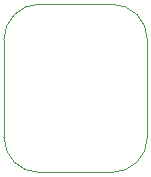
<source format=gbr>
G04 #@! TF.GenerationSoftware,KiCad,Pcbnew,(5.1.4)-1*
G04 #@! TF.CreationDate,2020-03-30T14:48:19-04:00*
G04 #@! TF.ProjectId,ProgAdapter,50726f67-4164-4617-9074-65722e6b6963,rev?*
G04 #@! TF.SameCoordinates,Original*
G04 #@! TF.FileFunction,Profile,NP*
%FSLAX46Y46*%
G04 Gerber Fmt 4.6, Leading zero omitted, Abs format (unit mm)*
G04 Created by KiCad (PCBNEW (5.1.4)-1) date 2020-03-30 14:48:19*
%MOMM*%
%LPD*%
G04 APERTURE LIST*
%ADD10C,0.050000*%
G04 APERTURE END LIST*
D10*
X107550000Y-88800000D02*
G75*
G03X110550000Y-91800000I3000000J0D01*
G01*
X110550000Y-77550000D02*
G75*
G03X107550000Y-80550000I0J-3000000D01*
G01*
X119700000Y-80550000D02*
G75*
G03X116700000Y-77550000I-3000000J0D01*
G01*
X116700000Y-91800000D02*
G75*
G03X119700000Y-88800000I0J3000000D01*
G01*
X107550000Y-88800000D02*
X107550000Y-80550000D01*
X110550000Y-77550000D02*
X116700000Y-77550000D01*
X116700000Y-91800000D02*
X110550000Y-91800000D01*
X119700000Y-80550000D02*
X119700000Y-88800000D01*
M02*

</source>
